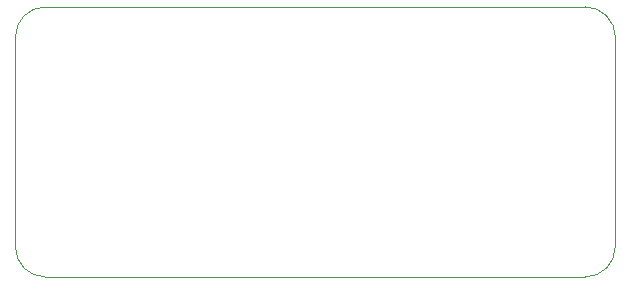
<source format=gbr>
G04 #@! TF.GenerationSoftware,KiCad,Pcbnew,(5.1.4)-1*
G04 #@! TF.CreationDate,2020-01-31T22:29:49-05:00*
G04 #@! TF.ProjectId,Feather-NEO-M9N-GPS,46656174-6865-4722-9d4e-454f2d4d394e,rev?*
G04 #@! TF.SameCoordinates,Original*
G04 #@! TF.FileFunction,Profile,NP*
%FSLAX46Y46*%
G04 Gerber Fmt 4.6, Leading zero omitted, Abs format (unit mm)*
G04 Created by KiCad (PCBNEW (5.1.4)-1) date 2020-01-31 22:29:49*
%MOMM*%
%LPD*%
G04 APERTURE LIST*
%ADD10C,0.050000*%
G04 APERTURE END LIST*
D10*
X179438300Y-94818200D02*
X179438300Y-77038200D01*
X179438300Y-94818200D02*
G75*
G02X176898300Y-97358200I-2540000J0D01*
G01*
X131178300Y-97358200D02*
G75*
G02X128638300Y-94818200I0J2540000D01*
G01*
X128638300Y-77038200D02*
G75*
G02X131178300Y-74498200I2540000J0D01*
G01*
X128638300Y-77038200D02*
X128638300Y-94818200D01*
X176898300Y-97358200D02*
X131178300Y-97358200D01*
X131178300Y-74498200D02*
X176898300Y-74498200D01*
X176898300Y-74498200D02*
G75*
G02X179438300Y-77038200I0J-2540000D01*
G01*
M02*

</source>
